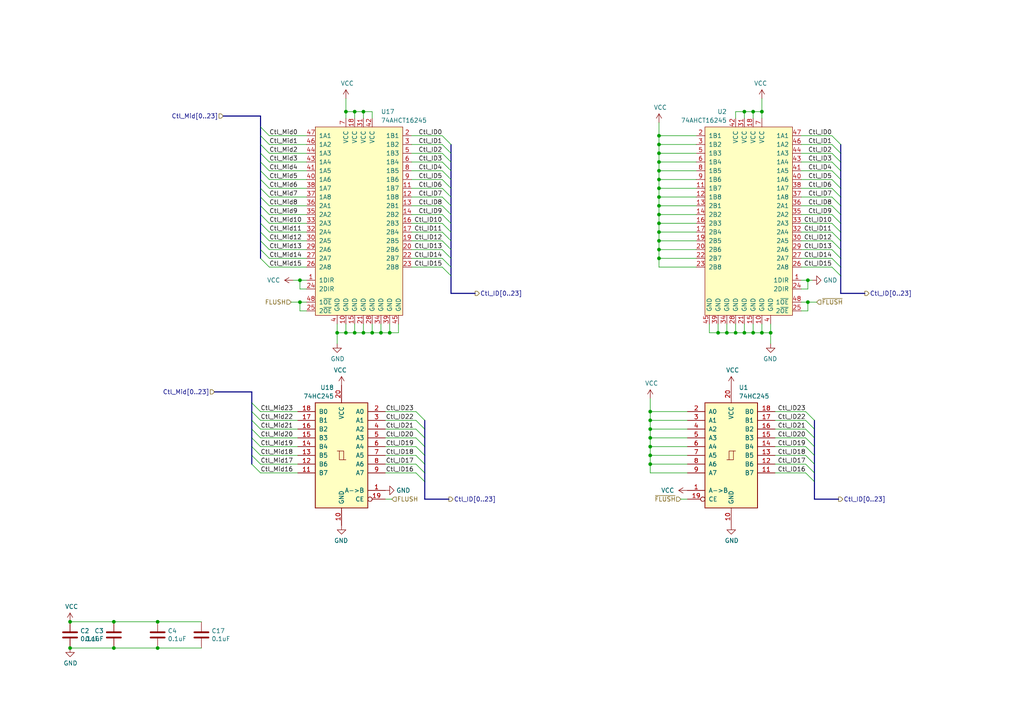
<source format=kicad_sch>
(kicad_sch (version 20230121) (generator eeschema)
  (paper "A4")
  (title_block (date "2023-11-14") (rev "E") (comment 3 "registers must be all ones, which represents a NOP.") (comment 4 "If the ~{FLUSH} signal is asserted then the control signal set presented to the interstage"))
  (lib_symbols
    (symbol "74xx (kicad5):74AHCT16245" (pin_names (offset 1.016))
      (property "Reference" "U" (at 0 1.27 0))
      (property "Value" "74AHCT16245" (at 0 -1.27 0))
      (symbol "74AHCT16245_0_1"
        (rectangle (start -12.7 26.67) (end 12.7 -27.94) (fill (type background)))
      )
      (symbol "74AHCT16245_1_1"
        (pin input line (at -15.24 -17.78 0) (length 2.54) (name "1DIR") (number "1"))
        (pin power_in line (at -3.81 -30.48 90) (length 2.54) (name "GND") (number "10"))
        (pin tri_state line (at 15.24 8.89 180) (length 2.54) (name "1B7") (number "11"))
        (pin tri_state line (at 15.24 6.35 180) (length 2.54) (name "1B8") (number "12"))
        (pin tri_state line (at 15.24 3.81 180) (length 2.54) (name "2B1") (number "13"))
        (pin tri_state line (at 15.24 1.27 180) (length 2.54) (name "2B2") (number "14"))
        (pin power_in line (at -1.27 -30.48 90) (length 2.54) (name "GND") (number "15"))
        (pin tri_state line (at 15.24 -1.27 180) (length 2.54) (name "2B3") (number "16"))
        (pin tri_state line (at 15.24 -3.81 180) (length 2.54) (name "2B4") (number "17"))
        (pin power_in line (at -1.27 29.21 270) (length 2.54) (name "VCC") (number "18"))
        (pin tri_state line (at 15.24 -6.35 180) (length 2.54) (name "2B5") (number "19"))
        (pin tri_state line (at 15.24 24.13 180) (length 2.54) (name "1B1") (number "2"))
        (pin tri_state line (at 15.24 -8.89 180) (length 2.54) (name "2B6") (number "20"))
        (pin power_in line (at 1.27 -30.48 90) (length 2.54) (name "GND") (number "21"))
        (pin tri_state line (at 15.24 -11.43 180) (length 2.54) (name "2B7") (number "22"))
        (pin tri_state line (at 15.24 -13.97 180) (length 2.54) (name "2B8") (number "23"))
        (pin input line (at -15.24 -20.32 0) (length 2.54) (name "2DIR") (number "24"))
        (pin input line (at -15.24 -26.67 0) (length 2.54) (name "2~{OE}") (number "25"))
        (pin tri_state line (at -15.24 -13.97 0) (length 2.54) (name "2A8") (number "26"))
        (pin tri_state line (at -15.24 -11.43 0) (length 2.54) (name "2A7") (number "27"))
        (pin power_in line (at 3.81 -30.48 90) (length 2.54) (name "GND") (number "28"))
        (pin tri_state line (at -15.24 -8.89 0) (length 2.54) (name "2A6") (number "29"))
        (pin tri_state line (at 15.24 21.59 180) (length 2.54) (name "1B2") (number "3"))
        (pin tri_state line (at -15.24 -6.35 0) (length 2.54) (name "2A5") (number "30"))
        (pin power_in line (at 1.27 29.21 270) (length 2.54) (name "VCC") (number "31"))
        (pin tri_state line (at -15.24 -3.81 0) (length 2.54) (name "2A4") (number "32"))
        (pin tri_state line (at -15.24 -1.27 0) (length 2.54) (name "2A3") (number "33"))
        (pin power_in line (at 6.35 -30.48 90) (length 2.54) (name "GND") (number "34"))
        (pin tri_state line (at -15.24 1.27 0) (length 2.54) (name "2A2") (number "35"))
        (pin tri_state line (at -15.24 3.81 0) (length 2.54) (name "2A1") (number "36"))
        (pin tri_state line (at -15.24 6.35 0) (length 2.54) (name "1A8") (number "37"))
        (pin tri_state line (at -15.24 8.89 0) (length 2.54) (name "1A7") (number "38"))
        (pin power_in line (at 8.89 -30.48 90) (length 2.54) (name "GND") (number "39"))
        (pin power_in line (at -6.35 -30.48 90) (length 2.54) (name "GND") (number "4"))
        (pin tri_state line (at -15.24 11.43 0) (length 2.54) (name "1A6") (number "40"))
        (pin tri_state line (at -15.24 13.97 0) (length 2.54) (name "1A5") (number "41"))
        (pin power_in line (at 3.81 29.21 270) (length 2.54) (name "VCC") (number "42"))
        (pin tri_state line (at -15.24 16.51 0) (length 2.54) (name "1A4") (number "43"))
        (pin tri_state line (at -15.24 19.05 0) (length 2.54) (name "1A3") (number "44"))
        (pin power_in line (at 11.43 -30.48 90) (length 2.54) (name "GND") (number "45"))
        (pin tri_state line (at -15.24 21.59 0) (length 2.54) (name "1A2") (number "46"))
        (pin tri_state line (at -15.24 24.13 0) (length 2.54) (name "1A1") (number "47"))
        (pin input line (at -15.24 -24.13 0) (length 2.54) (name "1~{OE}") (number "48"))
        (pin tri_state line (at 15.24 19.05 180) (length 2.54) (name "1B3") (number "5"))
        (pin tri_state line (at 15.24 16.51 180) (length 2.54) (name "1B4") (number "6"))
        (pin power_in line (at -3.81 29.21 270) (length 2.54) (name "VCC") (number "7"))
        (pin tri_state line (at 15.24 13.97 180) (length 2.54) (name "1B5") (number "8"))
        (pin tri_state line (at 15.24 11.43 180) (length 2.54) (name "1B6") (number "9"))
      )
    )
    (symbol "74xx:74HC245" (pin_names (offset 1.016))
      (property "Reference" "U" (at -7.62 16.51 0))
      (property "Value" "74HC245" (at -7.62 -16.51 0))
      (symbol "74HC245_1_0"
        (polyline (pts (xy -0.635 -1.27) (xy -0.635 1.27) (xy 0.635 1.27)))
        (polyline (pts (xy -1.27 -1.27) (xy 0.635 -1.27) (xy 0.635 1.27) (xy 1.27 1.27)))
        (pin input line (at -12.7 -10.16 0) (length 5.08) (name "A->B") (number "1"))
        (pin power_in line (at 0 -20.32 90) (length 5.08) (name "GND") (number "10"))
        (pin tri_state line (at 12.7 -5.08 180) (length 5.08) (name "B7") (number "11"))
        (pin tri_state line (at 12.7 -2.54 180) (length 5.08) (name "B6") (number "12"))
        (pin tri_state line (at 12.7 0 180) (length 5.08) (name "B5") (number "13"))
        (pin tri_state line (at 12.7 2.54 180) (length 5.08) (name "B4") (number "14"))
        (pin tri_state line (at 12.7 5.08 180) (length 5.08) (name "B3") (number "15"))
        (pin tri_state line (at 12.7 7.62 180) (length 5.08) (name "B2") (number "16"))
        (pin tri_state line (at 12.7 10.16 180) (length 5.08) (name "B1") (number "17"))
        (pin tri_state line (at 12.7 12.7 180) (length 5.08) (name "B0") (number "18"))
        (pin input inverted (at -12.7 -12.7 0) (length 5.08) (name "CE") (number "19"))
        (pin tri_state line (at -12.7 12.7 0) (length 5.08) (name "A0") (number "2"))
        (pin power_in line (at 0 20.32 270) (length 5.08) (name "VCC") (number "20"))
        (pin tri_state line (at -12.7 10.16 0) (length 5.08) (name "A1") (number "3"))
        (pin tri_state line (at -12.7 7.62 0) (length 5.08) (name "A2") (number "4"))
        (pin tri_state line (at -12.7 5.08 0) (length 5.08) (name "A3") (number "5"))
        (pin tri_state line (at -12.7 2.54 0) (length 5.08) (name "A4") (number "6"))
        (pin tri_state line (at -12.7 0 0) (length 5.08) (name "A5") (number "7"))
        (pin tri_state line (at -12.7 -2.54 0) (length 5.08) (name "A6") (number "8"))
        (pin tri_state line (at -12.7 -5.08 0) (length 5.08) (name "A7") (number "9"))
      )
      (symbol "74HC245_1_1"
        (rectangle (start -7.62 15.24) (end 7.62 -15.24) (stroke (width 0.254)) (fill (type background)))
      )
    )
    (symbol "Device:C" (pin_numbers hide) (pin_names (offset 0.254))
      (property "Reference" "C" (at 0.635 2.54 0))
      (property "Value" "C" (at 0.635 -2.54 0))
      (symbol "C_0_1"
        (polyline (pts (xy -2.032 -0.762) (xy 2.032 -0.762)) (stroke (width 0.508)))
        (polyline (pts (xy -2.032 0.762) (xy 2.032 0.762)) (stroke (width 0.508)))
      )
      (symbol "C_1_1"
        (pin passive line (at 0 3.81 270) (length 2.794) (name "~") (number "1"))
        (pin passive line (at 0 -3.81 90) (length 2.794) (name "~") (number "2"))
      )
    )
    (symbol "power:GND" (power) (pin_names (offset 0))
      (property "Value" "GND" (at 0 -3.81 0))
      (symbol "GND_0_1"
        (polyline (pts (xy 0 0) (xy 0 -1.27) (xy 1.27 -1.27) (xy 0 -2.54) (xy -1.27 -1.27) (xy 0 -1.27)))
      )
      (symbol "GND_1_1"
        (pin power_in line (at 0 0 270) (length 0) hide (name "GND") (number "1"))
      )
    )
    (symbol "power:VCC" (power) (pin_names (offset 0))
      (property "Value" "VCC" (at 0 3.81 0))
      (symbol "VCC_0_1"
        (polyline (pts (xy -0.762 1.27) (xy 0 2.54)))
        (polyline (pts (xy 0 0) (xy 0 2.54)))
        (polyline (pts (xy 0 2.54) (xy 0.762 1.27)))
      )
      (symbol "VCC_1_1"
        (pin power_in line (at 0 0 90) (length 0) hide (name "VCC") (number "1"))
      )
    )
  )
  (junction (at 188.595 129.54))
  (junction (at 191.135 41.91))
  (junction (at 220.98 32.385))
  (junction (at 100.33 96.52))
  (junction (at 105.41 32.385))
  (junction (at 20.32 187.96))
  (junction (at 188.595 132.08))
  (junction (at 191.135 67.31))
  (junction (at 191.135 44.45))
  (junction (at 191.135 64.77))
  (junction (at 100.33 32.385))
  (junction (at 191.135 69.85))
  (junction (at 188.595 119.38))
  (junction (at 110.49 96.52))
  (junction (at 191.135 72.39))
  (junction (at 105.41 96.52))
  (junction (at 191.135 59.69))
  (junction (at 210.82 96.52))
  (junction (at 223.52 96.52))
  (junction (at 102.87 96.52))
  (junction (at 188.595 124.46))
  (junction (at 191.135 49.53))
  (junction (at 234.315 87.63))
  (junction (at 33.02 187.96))
  (junction (at 191.135 74.93))
  (junction (at 188.595 127))
  (junction (at 102.87 32.385))
  (junction (at 215.9 96.52))
  (junction (at 188.595 134.62))
  (junction (at 45.72 180.34))
  (junction (at 191.135 46.99))
  (junction (at 220.98 96.52))
  (junction (at 86.995 87.63))
  (junction (at 191.135 62.23))
  (junction (at 215.9 32.385))
  (junction (at 191.135 52.07))
  (junction (at 107.95 96.52))
  (junction (at 97.79 96.52))
  (junction (at 191.135 57.15))
  (junction (at 191.135 39.37))
  (junction (at 45.72 187.96))
  (junction (at 213.36 96.52))
  (junction (at 191.135 54.61))
  (junction (at 86.995 81.28))
  (junction (at 218.44 32.385))
  (junction (at 188.595 121.92))
  (junction (at 218.44 96.52))
  (junction (at 33.02 180.34))
  (junction (at 20.32 180.34))
  (junction (at 113.03 96.52))
  (junction (at 208.28 96.52))
  (junction (at 234.315 81.28))
  (bus_entry (at 130.81 72.39) (size -2.54 -2.54))
  (bus_entry (at 243.84 74.93) (size -2.54 -2.54))
  (bus_entry (at 123.19 137.16) (size -2.54 -2.54))
  (bus_entry (at 78.105 59.69) (size -2.54 -2.54))
  (bus_entry (at 123.19 134.62) (size -2.54 -2.54))
  (bus_entry (at 78.105 69.85) (size -2.54 -2.54))
  (bus_entry (at 243.84 62.23) (size -2.54 -2.54))
  (bus_entry (at 236.22 134.62) (size -2.54 -2.54))
  (bus_entry (at 78.105 62.23) (size -2.54 -2.54))
  (bus_entry (at 130.81 69.85) (size -2.54 -2.54))
  (bus_entry (at 243.84 77.47) (size -2.54 -2.54))
  (bus_entry (at 130.81 59.69) (size -2.54 -2.54))
  (bus_entry (at 130.81 44.45) (size -2.54 -2.54))
  (bus_entry (at 75.565 119.38) (size -2.54 -2.54))
  (bus_entry (at 243.84 67.31) (size -2.54 -2.54))
  (bus_entry (at 78.105 54.61) (size -2.54 -2.54))
  (bus_entry (at 78.105 57.15) (size -2.54 -2.54))
  (bus_entry (at 123.19 121.92) (size -2.54 -2.54))
  (bus_entry (at 130.81 49.53) (size -2.54 -2.54))
  (bus_entry (at 243.84 49.53) (size -2.54 -2.54))
  (bus_entry (at 78.105 67.31) (size -2.54 -2.54))
  (bus_entry (at 123.19 124.46) (size -2.54 -2.54))
  (bus_entry (at 243.84 72.39) (size -2.54 -2.54))
  (bus_entry (at 75.565 134.62) (size -2.54 -2.54))
  (bus_entry (at 236.22 124.46) (size -2.54 -2.54))
  (bus_entry (at 78.105 74.93) (size -2.54 -2.54))
  (bus_entry (at 243.84 52.07) (size -2.54 -2.54))
  (bus_entry (at 78.105 64.77) (size -2.54 -2.54))
  (bus_entry (at 130.81 67.31) (size -2.54 -2.54))
  (bus_entry (at 78.105 49.53) (size -2.54 -2.54))
  (bus_entry (at 78.105 52.07) (size -2.54 -2.54))
  (bus_entry (at 78.105 39.37) (size -2.54 -2.54))
  (bus_entry (at 78.105 41.91) (size -2.54 -2.54))
  (bus_entry (at 78.105 44.45) (size -2.54 -2.54))
  (bus_entry (at 78.105 46.99) (size -2.54 -2.54))
  (bus_entry (at 123.19 127) (size -2.54 -2.54))
  (bus_entry (at 130.81 57.15) (size -2.54 -2.54))
  (bus_entry (at 130.81 54.61) (size -2.54 -2.54))
  (bus_entry (at 75.565 124.46) (size -2.54 -2.54))
  (bus_entry (at 123.19 139.7) (size -2.54 -2.54))
  (bus_entry (at 243.84 59.69) (size -2.54 -2.54))
  (bus_entry (at 243.84 64.77) (size -2.54 -2.54))
  (bus_entry (at 243.84 41.91) (size -2.54 -2.54))
  (bus_entry (at 236.22 139.7) (size -2.54 -2.54))
  (bus_entry (at 243.84 80.01) (size -2.54 -2.54))
  (bus_entry (at 243.84 57.15) (size -2.54 -2.54))
  (bus_entry (at 243.84 69.85) (size -2.54 -2.54))
  (bus_entry (at 130.81 46.99) (size -2.54 -2.54))
  (bus_entry (at 75.565 137.16) (size -2.54 -2.54))
  (bus_entry (at 236.22 137.16) (size -2.54 -2.54))
  (bus_entry (at 236.22 129.54) (size -2.54 -2.54))
  (bus_entry (at 75.565 132.08) (size -2.54 -2.54))
  (bus_entry (at 243.84 54.61) (size -2.54 -2.54))
  (bus_entry (at 236.22 132.08) (size -2.54 -2.54))
  (bus_entry (at 130.81 41.91) (size -2.54 -2.54))
  (bus_entry (at 130.81 77.47) (size -2.54 -2.54))
  (bus_entry (at 130.81 74.93) (size -2.54 -2.54))
  (bus_entry (at 130.81 64.77) (size -2.54 -2.54))
  (bus_entry (at 236.22 121.92) (size -2.54 -2.54))
  (bus_entry (at 75.565 127) (size -2.54 -2.54))
  (bus_entry (at 123.19 129.54) (size -2.54 -2.54))
  (bus_entry (at 78.105 77.47) (size -2.54 -2.54))
  (bus_entry (at 236.22 127) (size -2.54 -2.54))
  (bus_entry (at 130.81 52.07) (size -2.54 -2.54))
  (bus_entry (at 75.565 129.54) (size -2.54 -2.54))
  (bus_entry (at 243.84 44.45) (size -2.54 -2.54))
  (bus_entry (at 75.565 121.92) (size -2.54 -2.54))
  (bus_entry (at 123.19 132.08) (size -2.54 -2.54))
  (bus_entry (at 243.84 46.99) (size -2.54 -2.54))
  (bus_entry (at 130.81 62.23) (size -2.54 -2.54))
  (bus_entry (at 78.105 72.39) (size -2.54 -2.54))
  (bus_entry (at 130.81 80.01) (size -2.54 -2.54))
  (wire (pts (xy 191.135 74.93) (xy 191.135 77.47)))
  (wire (pts (xy 215.9 96.52) (xy 213.36 96.52)))
  (wire (pts (xy 241.3 49.53) (xy 232.41 49.53)))
  (wire (pts (xy 120.65 132.08) (xy 111.76 132.08)))
  (wire (pts (xy 191.135 44.45) (xy 201.93 44.45)))
  (bus (pts (xy 75.565 46.99) (xy 75.565 49.53)))
  (wire (pts (xy 191.135 46.99) (xy 191.135 49.53)))
  (bus (pts (xy 75.565 57.15) (xy 75.565 59.69)))
  (bus (pts (xy 243.84 52.07) (xy 243.84 54.61)))
  (wire (pts (xy 234.315 83.82) (xy 232.41 83.82)))
  (wire (pts (xy 215.9 93.98) (xy 215.9 96.52)))
  (wire (pts (xy 78.105 39.37) (xy 88.9 39.37)))
  (wire (pts (xy 191.135 64.77) (xy 191.135 67.31)))
  (wire (pts (xy 75.565 129.54) (xy 86.36 129.54)))
  (bus (pts (xy 243.84 54.61) (xy 243.84 57.15)))
  (wire (pts (xy 33.02 180.34) (xy 45.72 180.34)))
  (wire (pts (xy 78.105 57.15) (xy 88.9 57.15)))
  (wire (pts (xy 224.79 121.92) (xy 233.68 121.92)))
  (wire (pts (xy 191.135 41.91) (xy 191.135 44.45)))
  (bus (pts (xy 243.84 46.99) (xy 243.84 49.53)))
  (wire (pts (xy 128.27 46.99) (xy 119.38 46.99)))
  (bus (pts (xy 130.81 64.77) (xy 130.81 67.31)))
  (wire (pts (xy 188.595 115.57) (xy 188.595 119.38)))
  (wire (pts (xy 188.595 127) (xy 188.595 129.54)))
  (wire (pts (xy 105.41 32.385) (xy 105.41 34.29)))
  (bus (pts (xy 236.22 137.16) (xy 236.22 139.7)))
  (bus (pts (xy 250.825 85.09) (xy 243.84 85.09)))
  (bus (pts (xy 75.565 36.83) (xy 75.565 39.37)))
  (wire (pts (xy 75.565 127) (xy 86.36 127)))
  (bus (pts (xy 137.795 85.09) (xy 130.81 85.09)))
  (wire (pts (xy 78.105 72.39) (xy 88.9 72.39)))
  (wire (pts (xy 85.09 81.28) (xy 86.995 81.28)))
  (wire (pts (xy 191.135 74.93) (xy 201.93 74.93)))
  (bus (pts (xy 130.81 74.93) (xy 130.81 77.47)))
  (wire (pts (xy 110.49 96.52) (xy 113.03 96.52)))
  (bus (pts (xy 123.19 129.54) (xy 123.19 132.08)))
  (wire (pts (xy 20.32 180.34) (xy 33.02 180.34)))
  (wire (pts (xy 218.44 96.52) (xy 215.9 96.52)))
  (wire (pts (xy 78.105 49.53) (xy 88.9 49.53)))
  (wire (pts (xy 241.3 72.39) (xy 232.41 72.39)))
  (bus (pts (xy 130.81 67.31) (xy 130.81 69.85)))
  (wire (pts (xy 220.98 32.385) (xy 218.44 32.385)))
  (wire (pts (xy 220.98 28.575) (xy 220.98 32.385)))
  (bus (pts (xy 123.19 132.08) (xy 123.19 134.62)))
  (wire (pts (xy 78.105 62.23) (xy 88.9 62.23)))
  (wire (pts (xy 128.27 39.37) (xy 119.38 39.37)))
  (wire (pts (xy 97.79 96.52) (xy 100.33 96.52)))
  (wire (pts (xy 241.3 77.47) (xy 232.41 77.47)))
  (wire (pts (xy 105.41 32.385) (xy 107.95 32.385)))
  (wire (pts (xy 188.595 121.92) (xy 188.595 124.46)))
  (wire (pts (xy 100.33 32.385) (xy 102.87 32.385)))
  (wire (pts (xy 78.105 46.99) (xy 88.9 46.99)))
  (wire (pts (xy 188.595 127) (xy 199.39 127)))
  (wire (pts (xy 102.87 96.52) (xy 105.41 96.52)))
  (wire (pts (xy 100.33 93.98) (xy 100.33 96.52)))
  (wire (pts (xy 208.28 93.98) (xy 208.28 96.52)))
  (wire (pts (xy 102.87 32.385) (xy 102.87 34.29)))
  (wire (pts (xy 97.79 93.98) (xy 97.79 96.52)))
  (wire (pts (xy 191.135 69.85) (xy 201.93 69.85)))
  (wire (pts (xy 191.135 49.53) (xy 191.135 52.07)))
  (wire (pts (xy 191.135 44.45) (xy 191.135 46.99)))
  (bus (pts (xy 243.84 77.47) (xy 243.84 80.01)))
  (wire (pts (xy 86.995 81.28) (xy 86.995 83.82)))
  (wire (pts (xy 120.65 121.92) (xy 111.76 121.92)))
  (wire (pts (xy 191.135 64.77) (xy 201.93 64.77)))
  (bus (pts (xy 130.81 69.85) (xy 130.81 72.39)))
  (wire (pts (xy 197.485 144.78) (xy 199.39 144.78)))
  (wire (pts (xy 128.27 44.45) (xy 119.38 44.45)))
  (wire (pts (xy 102.87 93.98) (xy 102.87 96.52)))
  (bus (pts (xy 75.565 69.85) (xy 75.565 72.39)))
  (wire (pts (xy 78.105 59.69) (xy 88.9 59.69)))
  (wire (pts (xy 241.3 44.45) (xy 232.41 44.45)))
  (wire (pts (xy 84.455 87.63) (xy 86.995 87.63)))
  (wire (pts (xy 78.105 54.61) (xy 88.9 54.61)))
  (bus (pts (xy 123.19 121.92) (xy 123.19 124.46)))
  (wire (pts (xy 234.315 87.63) (xy 232.41 87.63)))
  (wire (pts (xy 218.44 32.385) (xy 218.44 34.29)))
  (wire (pts (xy 107.95 32.385) (xy 107.95 34.29)))
  (bus (pts (xy 123.19 127) (xy 123.19 129.54)))
  (wire (pts (xy 128.27 62.23) (xy 119.38 62.23)))
  (wire (pts (xy 110.49 93.98) (xy 110.49 96.52)))
  (wire (pts (xy 107.95 96.52) (xy 110.49 96.52)))
  (bus (pts (xy 130.81 59.69) (xy 130.81 62.23)))
  (bus (pts (xy 243.84 41.91) (xy 243.84 44.45)))
  (wire (pts (xy 191.135 62.23) (xy 201.93 62.23)))
  (wire (pts (xy 191.135 52.07) (xy 191.135 54.61)))
  (wire (pts (xy 120.65 124.46) (xy 111.76 124.46)))
  (wire (pts (xy 97.79 96.52) (xy 97.79 99.695)))
  (wire (pts (xy 86.995 90.17) (xy 86.995 87.63)))
  (wire (pts (xy 210.82 96.52) (xy 208.28 96.52)))
  (bus (pts (xy 236.22 127) (xy 236.22 129.54)))
  (wire (pts (xy 241.3 57.15) (xy 232.41 57.15)))
  (bus (pts (xy 236.22 132.08) (xy 236.22 134.62)))
  (wire (pts (xy 188.595 129.54) (xy 188.595 132.08)))
  (wire (pts (xy 241.3 54.61) (xy 232.41 54.61)))
  (wire (pts (xy 100.33 28.575) (xy 100.33 32.385)))
  (wire (pts (xy 191.135 46.99) (xy 201.93 46.99)))
  (wire (pts (xy 188.595 137.16) (xy 199.39 137.16)))
  (wire (pts (xy 128.27 59.69) (xy 119.38 59.69)))
  (bus (pts (xy 73.025 116.84) (xy 73.025 119.38)))
  (wire (pts (xy 58.42 187.96) (xy 45.72 187.96)))
  (wire (pts (xy 213.36 96.52) (xy 210.82 96.52)))
  (wire (pts (xy 128.27 72.39) (xy 119.38 72.39)))
  (wire (pts (xy 236.855 87.63) (xy 234.315 87.63)))
  (bus (pts (xy 130.81 80.01) (xy 130.81 85.09)))
  (wire (pts (xy 128.27 57.15) (xy 119.38 57.15)))
  (wire (pts (xy 45.72 180.34) (xy 58.42 180.34)))
  (wire (pts (xy 213.36 93.98) (xy 213.36 96.52)))
  (wire (pts (xy 241.3 46.99) (xy 232.41 46.99)))
  (wire (pts (xy 223.52 96.52) (xy 223.52 99.695)))
  (wire (pts (xy 220.98 34.29) (xy 220.98 32.385)))
  (wire (pts (xy 128.27 41.91) (xy 119.38 41.91)))
  (wire (pts (xy 128.27 54.61) (xy 119.38 54.61)))
  (wire (pts (xy 188.595 134.62) (xy 199.39 134.62)))
  (wire (pts (xy 188.595 132.08) (xy 199.39 132.08)))
  (wire (pts (xy 241.3 39.37) (xy 232.41 39.37)))
  (wire (pts (xy 241.3 67.31) (xy 232.41 67.31)))
  (wire (pts (xy 218.44 93.98) (xy 218.44 96.52)))
  (bus (pts (xy 75.565 39.37) (xy 75.565 41.91)))
  (wire (pts (xy 191.135 72.39) (xy 201.93 72.39)))
  (wire (pts (xy 215.9 32.385) (xy 215.9 34.29)))
  (bus (pts (xy 73.025 127) (xy 73.025 129.54)))
  (bus (pts (xy 236.22 134.62) (xy 236.22 137.16)))
  (bus (pts (xy 243.84 67.31) (xy 243.84 69.85)))
  (bus (pts (xy 130.81 46.99) (xy 130.81 49.53)))
  (wire (pts (xy 232.41 90.17) (xy 234.315 90.17)))
  (bus (pts (xy 123.19 134.62) (xy 123.19 137.16)))
  (bus (pts (xy 62.23 113.665) (xy 73.025 113.665)))
  (wire (pts (xy 188.595 134.62) (xy 188.595 137.16)))
  (bus (pts (xy 130.81 52.07) (xy 130.81 54.61)))
  (wire (pts (xy 188.595 119.38) (xy 199.39 119.38)))
  (wire (pts (xy 120.65 137.16) (xy 111.76 137.16)))
  (wire (pts (xy 241.3 52.07) (xy 232.41 52.07)))
  (wire (pts (xy 113.03 96.52) (xy 115.57 96.52)))
  (wire (pts (xy 78.105 41.91) (xy 88.9 41.91)))
  (bus (pts (xy 243.84 64.77) (xy 243.84 67.31)))
  (wire (pts (xy 224.79 132.08) (xy 233.68 132.08)))
  (bus (pts (xy 75.565 59.69) (xy 75.565 62.23)))
  (wire (pts (xy 188.595 119.38) (xy 188.595 121.92)))
  (wire (pts (xy 191.135 59.69) (xy 201.93 59.69)))
  (wire (pts (xy 205.74 96.52) (xy 205.74 93.98)))
  (wire (pts (xy 235.585 81.28) (xy 234.315 81.28)))
  (bus (pts (xy 243.84 74.93) (xy 243.84 77.47)))
  (bus (pts (xy 75.565 67.31) (xy 75.565 69.85)))
  (bus (pts (xy 123.19 139.7) (xy 123.19 144.78)))
  (wire (pts (xy 220.98 96.52) (xy 218.44 96.52)))
  (wire (pts (xy 208.28 96.52) (xy 205.74 96.52)))
  (bus (pts (xy 130.81 57.15) (xy 130.81 59.69)))
  (bus (pts (xy 130.81 44.45) (xy 130.81 46.99)))
  (wire (pts (xy 191.135 69.85) (xy 191.135 72.39)))
  (wire (pts (xy 234.315 90.17) (xy 234.315 87.63)))
  (wire (pts (xy 78.105 74.93) (xy 88.9 74.93)))
  (bus (pts (xy 243.84 80.01) (xy 243.84 85.09)))
  (wire (pts (xy 128.27 49.53) (xy 119.38 49.53)))
  (wire (pts (xy 191.135 72.39) (xy 191.135 74.93)))
  (wire (pts (xy 100.33 96.52) (xy 102.87 96.52)))
  (wire (pts (xy 75.565 132.08) (xy 86.36 132.08)))
  (bus (pts (xy 123.19 124.46) (xy 123.19 127)))
  (wire (pts (xy 33.02 187.96) (xy 20.32 187.96)))
  (wire (pts (xy 78.105 77.47) (xy 88.9 77.47)))
  (wire (pts (xy 75.565 134.62) (xy 86.36 134.62)))
  (bus (pts (xy 130.81 49.53) (xy 130.81 52.07)))
  (wire (pts (xy 210.82 93.98) (xy 210.82 96.52)))
  (wire (pts (xy 215.9 32.385) (xy 213.36 32.385)))
  (wire (pts (xy 224.79 127) (xy 233.68 127)))
  (bus (pts (xy 73.025 119.38) (xy 73.025 121.92)))
  (wire (pts (xy 224.79 137.16) (xy 233.68 137.16)))
  (wire (pts (xy 78.105 67.31) (xy 88.9 67.31)))
  (bus (pts (xy 243.205 144.78) (xy 236.22 144.78)))
  (wire (pts (xy 218.44 32.385) (xy 215.9 32.385)))
  (wire (pts (xy 120.65 119.38) (xy 111.76 119.38)))
  (bus (pts (xy 75.565 52.07) (xy 75.565 54.61)))
  (bus (pts (xy 236.22 139.7) (xy 236.22 144.78)))
  (bus (pts (xy 243.84 49.53) (xy 243.84 52.07)))
  (wire (pts (xy 188.595 132.08) (xy 188.595 134.62)))
  (wire (pts (xy 191.135 67.31) (xy 201.93 67.31)))
  (wire (pts (xy 224.79 124.46) (xy 233.68 124.46)))
  (wire (pts (xy 213.36 32.385) (xy 213.36 34.29)))
  (wire (pts (xy 191.135 62.23) (xy 191.135 64.77)))
  (bus (pts (xy 64.77 33.655) (xy 75.565 33.655)))
  (wire (pts (xy 128.27 52.07) (xy 119.38 52.07)))
  (wire (pts (xy 232.41 81.28) (xy 234.315 81.28)))
  (bus (pts (xy 73.025 113.665) (xy 73.025 116.84)))
  (bus (pts (xy 75.565 41.91) (xy 75.565 44.45)))
  (wire (pts (xy 241.3 59.69) (xy 232.41 59.69)))
  (wire (pts (xy 120.65 129.54) (xy 111.76 129.54)))
  (wire (pts (xy 241.3 74.93) (xy 232.41 74.93)))
  (wire (pts (xy 100.33 34.29) (xy 100.33 32.385)))
  (wire (pts (xy 120.65 134.62) (xy 111.76 134.62)))
  (wire (pts (xy 241.3 64.77) (xy 232.41 64.77)))
  (bus (pts (xy 243.84 72.39) (xy 243.84 74.93)))
  (wire (pts (xy 224.79 134.62) (xy 233.68 134.62)))
  (wire (pts (xy 128.27 69.85) (xy 119.38 69.85)))
  (wire (pts (xy 107.95 93.98) (xy 107.95 96.52)))
  (wire (pts (xy 191.135 39.37) (xy 191.135 41.91)))
  (bus (pts (xy 130.81 62.23) (xy 130.81 64.77)))
  (bus (pts (xy 75.565 44.45) (xy 75.565 46.99)))
  (wire (pts (xy 191.135 41.91) (xy 201.93 41.91)))
  (wire (pts (xy 188.595 121.92) (xy 199.39 121.92)))
  (wire (pts (xy 120.65 127) (xy 111.76 127)))
  (wire (pts (xy 88.9 90.17) (xy 86.995 90.17)))
  (wire (pts (xy 113.665 144.78) (xy 111.76 144.78)))
  (bus (pts (xy 75.565 49.53) (xy 75.565 52.07)))
  (bus (pts (xy 236.22 124.46) (xy 236.22 127)))
  (wire (pts (xy 86.995 87.63) (xy 88.9 87.63)))
  (wire (pts (xy 128.27 74.93) (xy 119.38 74.93)))
  (bus (pts (xy 130.81 54.61) (xy 130.81 57.15)))
  (wire (pts (xy 75.565 121.92) (xy 86.36 121.92)))
  (wire (pts (xy 113.03 93.98) (xy 113.03 96.52)))
  (wire (pts (xy 88.9 81.28) (xy 86.995 81.28)))
  (bus (pts (xy 130.81 41.91) (xy 130.81 44.45)))
  (bus (pts (xy 243.84 62.23) (xy 243.84 64.77)))
  (wire (pts (xy 102.87 32.385) (xy 105.41 32.385)))
  (bus (pts (xy 73.025 121.92) (xy 73.025 124.46)))
  (bus (pts (xy 75.565 62.23) (xy 75.565 64.77)))
  (wire (pts (xy 78.105 64.77) (xy 88.9 64.77)))
  (wire (pts (xy 115.57 96.52) (xy 115.57 93.98)))
  (wire (pts (xy 241.3 41.91) (xy 232.41 41.91)))
  (bus (pts (xy 236.22 121.92) (xy 236.22 124.46)))
  (wire (pts (xy 191.135 39.37) (xy 201.93 39.37)))
  (wire (pts (xy 223.52 93.98) (xy 223.52 96.52)))
  (bus (pts (xy 243.84 57.15) (xy 243.84 59.69)))
  (wire (pts (xy 78.105 44.45) (xy 88.9 44.45)))
  (bus (pts (xy 130.81 77.47) (xy 130.81 80.01)))
  (wire (pts (xy 241.3 62.23) (xy 232.41 62.23)))
  (wire (pts (xy 191.135 67.31) (xy 191.135 69.85)))
  (bus (pts (xy 75.565 64.77) (xy 75.565 67.31)))
  (wire (pts (xy 191.135 35.56) (xy 191.135 39.37)))
  (bus (pts (xy 236.22 129.54) (xy 236.22 132.08)))
  (bus (pts (xy 243.84 59.69) (xy 243.84 62.23)))
  (wire (pts (xy 45.72 187.96) (xy 33.02 187.96)))
  (wire (pts (xy 224.79 119.38) (xy 233.68 119.38)))
  (wire (pts (xy 78.105 69.85) (xy 88.9 69.85)))
  (wire (pts (xy 188.595 124.46) (xy 188.595 127)))
  (bus (pts (xy 130.81 72.39) (xy 130.81 74.93)))
  (wire (pts (xy 191.135 57.15) (xy 201.93 57.15)))
  (wire (pts (xy 128.27 77.47) (xy 119.38 77.47)))
  (bus (pts (xy 73.025 132.08) (xy 73.025 134.62)))
  (wire (pts (xy 128.27 64.77) (xy 119.38 64.77)))
  (bus (pts (xy 73.025 124.46) (xy 73.025 127)))
  (wire (pts (xy 191.135 49.53) (xy 201.93 49.53)))
  (wire (pts (xy 191.135 59.69) (xy 191.135 62.23)))
  (bus (pts (xy 243.84 69.85) (xy 243.84 72.39)))
  (wire (pts (xy 234.315 81.28) (xy 234.315 83.82)))
  (wire (pts (xy 188.595 124.46) (xy 199.39 124.46)))
  (wire (pts (xy 191.135 77.47) (xy 201.93 77.47)))
  (bus (pts (xy 75.565 33.655) (xy 75.565 36.83)))
  (wire (pts (xy 128.27 67.31) (xy 119.38 67.31)))
  (wire (pts (xy 241.3 69.85) (xy 232.41 69.85)))
  (bus (pts (xy 123.19 137.16) (xy 123.19 139.7)))
  (wire (pts (xy 191.135 57.15) (xy 191.135 59.69)))
  (wire (pts (xy 105.41 93.98) (xy 105.41 96.52)))
  (bus (pts (xy 130.175 144.78) (xy 123.19 144.78)))
  (wire (pts (xy 188.595 129.54) (xy 199.39 129.54)))
  (wire (pts (xy 75.565 124.46) (xy 86.36 124.46)))
  (wire (pts (xy 105.41 96.52) (xy 107.95 96.52)))
  (bus (pts (xy 243.84 44.45) (xy 243.84 46.99)))
  (bus (pts (xy 73.025 129.54) (xy 73.025 132.08)))
  (wire (pts (xy 78.105 52.07) (xy 88.9 52.07)))
  (wire (pts (xy 86.995 83.82) (xy 88.9 83.82)))
  (bus (pts (xy 75.565 54.61) (xy 75.565 57.15)))
  (wire (pts (xy 223.52 96.52) (xy 220.98 96.52)))
  (wire (pts (xy 220.98 93.98) (xy 220.98 96.52)))
  (wire (pts (xy 191.135 52.07) (xy 201.93 52.07)))
  (wire (pts (xy 191.135 54.61) (xy 191.135 57.15)))
  (wire (pts (xy 75.565 137.16) (xy 86.36 137.16)))
  (wire (pts (xy 224.79 129.54) (xy 233.68 129.54)))
  (wire (pts (xy 191.135 54.61) (xy 201.93 54.61)))
  (wire (pts (xy 75.565 119.38) (xy 86.36 119.38)))
  (bus (pts (xy 75.565 72.39) (xy 75.565 74.93)))
  (label "Ctl_Mid23" (at 75.565 119.38 0))
  (label "Ctl_Mid0" (at 78.105 39.37 0))
  (label "Ctl_Mid20" (at 75.565 127 0))
  (label "Ctl_ID0" (at 128.27 39.37 180))
  (label "Ctl_ID11" (at 128.27 67.31 180))
  (label "Ctl_Mid17" (at 75.565 134.62 0))
  (label "Ctl_Mid6" (at 78.105 54.61 0))
  (label "Ctl_ID7" (at 128.27 57.15 180))
  (label "Ctl_ID14" (at 241.3 74.93 180))
  (label "Ctl_Mid19" (at 75.565 129.54 0))
  (label "Ctl_ID20" (at 233.68 127 180))
  (label "Ctl_Mid9" (at 78.105 62.23 0))
  (label "Ctl_Mid3" (at 78.105 46.99 0))
  (label "Ctl_Mid7" (at 78.105 57.15 0))
  (label "Ctl_ID0" (at 241.3 39.37 180))
  (label "Ctl_ID12" (at 128.27 69.85 180))
  (label "Ctl_ID13" (at 241.3 72.39 180))
  (label "Ctl_ID2" (at 241.3 44.45 180))
  (label "Ctl_Mid11" (at 78.105 67.31 0))
  (label "Ctl_ID19" (at 120.015 129.54 180))
  (label "Ctl_ID9" (at 241.3 62.23 180))
  (label "Ctl_Mid8" (at 78.105 59.69 0))
  (label "Ctl_Mid1" (at 78.105 41.91 0))
  (label "Ctl_ID3" (at 241.3 46.99 180))
  (label "Ctl_ID1" (at 128.27 41.91 180))
  (label "Ctl_ID8" (at 128.27 59.69 180))
  (label "Ctl_Mid2" (at 78.105 44.45 0))
  (label "Ctl_Mid10" (at 78.105 64.77 0))
  (label "Ctl_ID12" (at 241.3 69.85 180))
  (label "Ctl_Mid22" (at 75.565 121.92 0))
  (label "Ctl_ID23" (at 233.68 119.38 180))
  (label "Ctl_Mid16" (at 75.565 137.16 0))
  (label "Ctl_ID16" (at 233.68 137.16 180))
  (label "Ctl_ID14" (at 128.27 74.93 180))
  (label "Ctl_ID20" (at 120.015 127 180))
  (label "Ctl_Mid5" (at 78.105 52.07 0))
  (label "Ctl_ID22" (at 233.68 121.92 180))
  (label "Ctl_Mid15" (at 78.105 77.47 0))
  (label "Ctl_ID13" (at 128.27 72.39 180))
  (label "Ctl_ID2" (at 128.27 44.45 180))
  (label "Ctl_ID6" (at 241.3 54.61 180))
  (label "Ctl_ID1" (at 241.3 41.91 180))
  (label "Ctl_ID6" (at 128.27 54.61 180))
  (label "Ctl_Mid13" (at 78.105 72.39 0))
  (label "Ctl_Mid4" (at 78.105 49.53 0))
  (label "Ctl_Mid12" (at 78.105 69.85 0))
  (label "Ctl_ID10" (at 128.27 64.77 180))
  (label "Ctl_Mid14" (at 78.105 74.93 0))
  (label "Ctl_ID11" (at 241.3 67.31 180))
  (label "Ctl_ID22" (at 120.015 121.92 180))
  (label "Ctl_ID8" (at 241.3 59.69 180))
  (label "Ctl_ID4" (at 241.3 49.53 180))
  (label "Ctl_ID4" (at 128.27 49.53 180))
  (label "Ctl_Mid21" (at 75.565 124.46 0))
  (label "Ctl_ID5" (at 128.27 52.07 180))
  (label "Ctl_ID16" (at 120.015 137.16 180))
  (label "Ctl_ID5" (at 241.3 52.07 180))
  (label "Ctl_ID21" (at 120.015 124.46 180))
  (label "Ctl_ID15" (at 241.3 77.47 180))
  (label "Ctl_ID3" (at 128.27 46.99 180))
  (label "Ctl_ID18" (at 120.015 132.08 180))
  (label "Ctl_ID19" (at 233.68 129.54 180))
  (label "Ctl_ID17" (at 120.015 134.62 180))
  (label "Ctl_ID10" (at 241.3 64.77 180))
  (label "Ctl_ID21" (at 233.68 124.46 180))
  (label "Ctl_ID7" (at 241.3 57.15 180))
  (label "Ctl_ID17" (at 233.68 134.62 180))
  (label "Ctl_Mid18" (at 75.565 132.08 0))
  (label "Ctl_ID23" (at 120.015 119.38 180))
  (label "Ctl_ID9" (at 128.27 62.23 180))
  (label "Ctl_ID18" (at 233.68 132.08 180))
  (label "Ctl_ID15" (at 128.27 77.47 180))
  (hierarchical_label "Ctl_ID[0..23]" (shape output) (at 243.205 144.78 0))
  (hierarchical_label "Ctl_ID[0..23]" (shape output) (at 137.795 85.09 0))
  (hierarchical_label "Ctl_ID[0..23]" (shape output) (at 250.825 85.09 0))
  (hierarchical_label "~{FLUSH}" (shape input) (at 236.855 87.63 0))
  (hierarchical_label "FLUSH" (shape input) (at 84.455 87.63 180))
  (hierarchical_label "~{FLUSH}" (shape input) (at 197.485 144.78 180))
  (hierarchical_label "Ctl_Mid[0..23]" (shape input) (at 64.77 33.655 180))
  (hierarchical_label "FLUSH" (shape input) (at 113.665 144.78 0))
  (hierarchical_label "Ctl_ID[0..23]" (shape output) (at 130.175 144.78 0))
  (hierarchical_label "Ctl_Mid[0..23]" (shape input) (at 62.23 113.665 180))
  (symbol (lib_id "power:VCC") (at 100.33 28.575 0) (unit 1)
    (property "Reference" "#PWR09" (effects hide))
    (property "Value" "VCC" (at 100.711 24.1808 0))
  )
  (symbol (lib_id "power:VCC") (at 188.595 115.57 0) (unit 1)
    (property "Reference" "#PWR084" (effects hide))
    (property "Value" "VCC" (at 188.976 111.1758 0))
  )
  (symbol (lib_id "power:VCC") (at 220.98 28.575 0) (mirror y) (unit 1)
    (property "Reference" "#PWR082" (effects hide))
    (property "Value" "VCC" (at 220.599 24.1808 0))
  )
  (symbol (lib_id "power:VCC") (at 20.32 180.34 0) (unit 1)
    (property "Reference" "#PWR07" (effects hide))
    (property "Value" "VCC" (at 20.7518 175.9458 0))
  )
  (symbol (lib_id "power:GND") (at 235.585 81.28 90) (unit 1)
    (property "Reference" "#PWR015" (effects hide))
    (property "Value" "GND" (at 238.76 81.28 90) (effects (justify right)))
  )
  (symbol (lib_id "power:VCC") (at 212.09 111.76 0) (unit 1)
    (property "Reference" "#PWR080" (effects hide))
    (property "Value" "VCC" (at 212.471 107.3658 0))
  )
  (symbol (lib_id "power:VCC") (at 199.39 142.24 90) (unit 1)
    (property "Reference" "#PWR016" (effects hide))
    (property "Value" "VCC" (at 195.58 142.24 90) (effects (justify left)))
  )
  (symbol (lib_id "Device:C") (at 45.72 184.15 0) (unit 1)
    (property "Reference" "C4" (at 48.641 182.9816 0) (effects (justify left)))
    (property "Value" "0.1uF" (at 48.641 185.293 0) (effects (justify left)))
    (property "Footprint" "Capacitor_SMD:C_0603_1608Metric_Pad1.08x0.95mm_HandSolder" (effects hide))
    (property "Mouser" "https://www.mouser.com/ProductDetail/963-EMK107B7104KAHT" (effects hide))
  )
  (symbol (lib_id "Device:C") (at 33.02 184.15 0) (mirror y) (unit 1)
    (property "Reference" "C3" (at 30.099 182.9816 0) (effects (justify left)))
    (property "Value" "0.1uF" (at 30.099 185.293 0) (effects (justify left)))
    (property "Footprint" "Capacitor_SMD:C_0603_1608Metric_Pad1.08x0.95mm_HandSolder" (effects hide))
    (property "Mouser" "https://www.mouser.com/ProductDetail/963-EMK107B7104KAHT" (effects hide))
  )
  (symbol (lib_id "74xx (kicad5):74AHCT16245") (at 104.14 63.5 0) (unit 1)
    (property "Reference" "U17" (at 110.49 32.385 0) (effects (justify left)))
    (property "Value" "74AHCT16245" (at 110.49 34.925 0) (effects (justify left)))
    (property "Footprint" "Package_SO:TSSOP-48_6.1x12.5mm_P0.5mm" (effects hide))
    (property "Mouser" "https://www.mouser.com/ProductDetail/Texas-Instruments/74AHCT16245DLRG4?qs=%2Fha2pyFaduixTLlQ%252B3rIFW8KDPMe6E5CxoQ2Fc519Y9S5BWJ%252B%2FVWeIYQshP1VtN3&utm_source=octopart&utm_medium=aggregator&utm_campaign=595-74AHCT16245DLRG4&utm_content=Texas%20Instruments" (effects hide))
  )
  (symbol (lib_id "power:VCC") (at 191.135 35.56 0) (unit 1)
    (property "Reference" "#PWR083" (effects hide))
    (property "Value" "VCC" (at 191.516 31.1658 0))
  )
  (symbol (lib_id "power:GND") (at 111.76 142.24 90) (unit 1)
    (property "Reference" "#PWR085" (effects hide))
    (property "Value" "GND" (at 114.935 142.24 90) (effects (justify right)))
  )
  (symbol (lib_id "74xx:74HC245") (at 99.06 132.08 0) (mirror y) (unit 1)
    (property "Reference" "U18" (at 96.8659 112.395 0) (effects (justify left)))
    (property "Value" "74HC245" (at 96.8659 114.935 0) (effects (justify left)))
    (property "Footprint" "Package_SO:TSSOP-20_4.4x6.5mm_P0.65mm" (effects hide))
    (property "Datasheet" "http://www.ti.com/lit/gpn/sn74HC245" (effects hide))
  )
  (symbol (lib_id "power:VCC") (at 99.06 111.76 0) (mirror y) (unit 1)
    (property "Reference" "#PWR010" (effects hide))
    (property "Value" "VCC" (at 98.679 107.3658 0))
  )
  (symbol (lib_id "74xx:74HC245") (at 212.09 132.08 0) (unit 1)
    (property "Reference" "U1" (at 214.2841 112.395 0) (effects (justify left)))
    (property "Value" "74HC245" (at 214.2841 114.935 0) (effects (justify left)))
    (property "Footprint" "Package_SO:TSSOP-20_4.4x6.5mm_P0.65mm" (effects hide))
    (property "Datasheet" "http://www.ti.com/lit/gpn/sn74HC245" (effects hide))
  )
  (symbol (lib_id "power:GND") (at 20.32 187.96 0) (unit 1)
    (property "Reference" "#PWR08" (effects hide))
    (property "Value" "GND" (at 20.447 192.3542 0))
  )
  (symbol (lib_id "power:GND") (at 97.79 99.695 0) (unit 1)
    (property "Reference" "#PWR014" (effects hide))
    (property "Value" "GND" (at 97.917 104.0892 0))
  )
  (symbol (lib_id "power:VCC") (at 85.09 81.28 90) (unit 1)
    (property "Reference" "#PWR013" (effects hide))
    (property "Value" "VCC" (at 81.28 81.28 90) (effects (justify left)))
  )
  (symbol (lib_id "power:GND") (at 212.09 152.4 0) (unit 1)
    (property "Reference" "#PWR081" (effects hide))
    (property "Value" "GND" (at 212.217 156.7942 0))
  )
  (symbol (lib_id "power:GND") (at 99.06 152.4 0) (mirror y) (unit 1)
    (property "Reference" "#PWR011" (effects hide))
    (property "Value" "GND" (at 98.933 156.7942 0))
  )
  (symbol (lib_id "Device:C") (at 58.42 184.15 0) (unit 1)
    (property "Reference" "C17" (at 61.341 182.9816 0) (effects (justify left)))
    (property "Value" "0.1uF" (at 61.341 185.293 0) (effects (justify left)))
    (property "Footprint" "Capacitor_SMD:C_0603_1608Metric_Pad1.08x0.95mm_HandSolder" (effects hide))
    (property "Mouser" "https://www.mouser.com/ProductDetail/963-EMK107B7104KAHT" (effects hide))
  )
  (symbol (lib_id "Device:C") (at 20.32 184.15 0) (unit 1)
    (property "Reference" "C2" (at 23.241 182.9816 0) (effects (justify left)))
    (property "Value" "0.1uF" (at 23.241 185.293 0) (effects (justify left)))
    (property "Footprint" "Capacitor_SMD:C_0603_1608Metric_Pad1.08x0.95mm_HandSolder" (effects hide))
    (property "Mouser" "https://www.mouser.com/ProductDetail/963-EMK107B7104KAHT" (effects hide))
  )
  (symbol (lib_id "power:GND") (at 223.52 99.695 0) (mirror y) (unit 1)
    (property "Reference" "#PWR079" (effects hide))
    (property "Value" "GND" (at 223.393 104.0892 0))
  )
  (symbol (lib_id "74xx (kicad5):74AHCT16245") (at 217.17 63.5 0) (mirror y) (unit 1)
    (property "Reference" "U2" (at 210.82 32.385 0) (effects (justify left)))
    (property "Value" "74AHCT16245" (at 210.82 34.925 0) (effects (justify left)))
    (property "Footprint" "Package_SO:TSSOP-48_6.1x12.5mm_P0.5mm" (effects hide))
    (property "Mouser" "https://www.mouser.com/ProductDetail/Texas-Instruments/74AHCT16245DLRG4?qs=%2Fha2pyFaduixTLlQ%252B3rIFW8KDPMe6E5CxoQ2Fc519Y9S5BWJ%252B%2FVWeIYQshP1VtN3&utm_source=octopart&utm_medium=aggregator&utm_campaign=595-74AHCT16245DLRG4&utm_content=Texas%20Instruments" (effects hide))
  )
)
</source>
